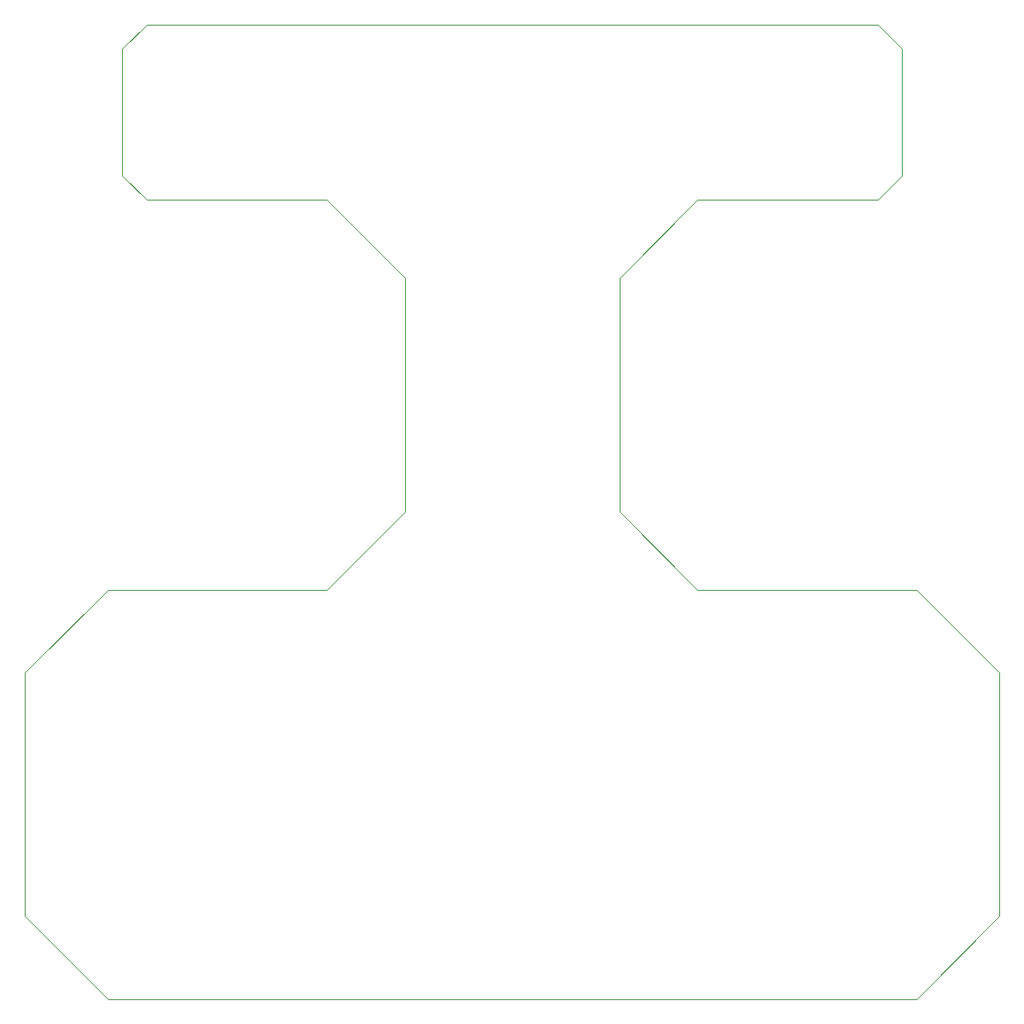
<source format=gbr>
%TF.GenerationSoftware,KiCad,Pcbnew,(7.0.0)*%
%TF.CreationDate,2023-09-26T23:36:23+07:00*%
%TF.ProjectId,Line Tracer F405RGT,4c696e65-2054-4726-9163-657220463430,rev?*%
%TF.SameCoordinates,Original*%
%TF.FileFunction,Profile,NP*%
%FSLAX46Y46*%
G04 Gerber Fmt 4.6, Leading zero omitted, Abs format (unit mm)*
G04 Created by KiCad (PCBNEW (7.0.0)) date 2023-09-26 23:36:23*
%MOMM*%
%LPD*%
G01*
G04 APERTURE LIST*
%TA.AperFunction,Profile*%
%ADD10C,0.100000*%
%TD*%
G04 APERTURE END LIST*
D10*
X104550000Y-145100000D02*
X187550000Y-145100000D01*
X186050000Y-60600000D02*
X183550000Y-63100000D01*
X165050000Y-63100000D02*
X157050000Y-71100000D01*
X183550000Y-45100000D02*
X108550000Y-45100000D01*
X127050000Y-103100000D02*
X104550000Y-103100000D01*
X196050000Y-111600000D02*
X187550000Y-103100000D01*
X157050000Y-71100000D02*
X157050000Y-95100000D01*
X106050000Y-47600000D02*
X108550000Y-45100000D01*
X104550000Y-103100000D02*
X96050000Y-111600000D01*
X108550000Y-63100000D02*
X106050000Y-60600000D01*
X135050000Y-95100000D02*
X135050000Y-71100000D01*
X187550000Y-103100000D02*
X165050000Y-103100000D01*
X157050000Y-95100000D02*
X165050000Y-103100000D01*
X183550000Y-45100000D02*
X186050000Y-47600000D01*
X187550000Y-145100000D02*
X196050000Y-136600000D01*
X186050000Y-47600000D02*
X186050000Y-60600000D01*
X127050000Y-103100000D02*
X135050000Y-95100000D01*
X96050000Y-136600000D02*
X104550000Y-145100000D01*
X96050000Y-111600000D02*
X96050000Y-136600000D01*
X106050000Y-60600000D02*
X106050000Y-47600000D01*
X196050000Y-136600000D02*
X196050000Y-111600000D01*
X127050000Y-63100000D02*
X108550000Y-63100000D01*
X183550000Y-63100000D02*
X165050000Y-63100000D01*
X135050000Y-71100000D02*
X127050000Y-63100000D01*
M02*

</source>
